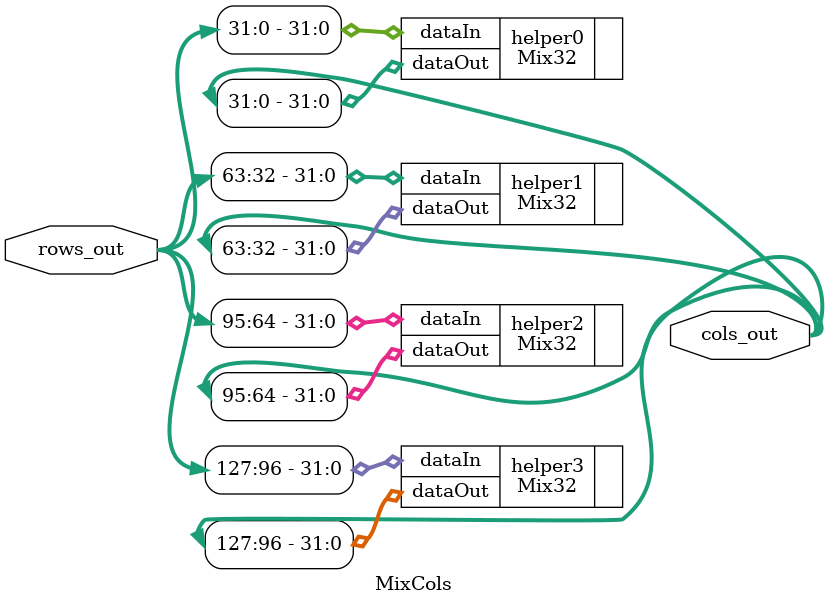
<source format=v>
module MixCols(rows_out, cols_out);


input[127:0] rows_out;
output[127:0] cols_out;


// 4 instances of mix columns transformation on 4 byte words

Mix32 helper0(.dataIn(rows_out[31:0]), .dataOut(cols_out[31:0]));
Mix32 helper1(.dataIn(rows_out[63:32]), .dataOut(cols_out[63:32]));
Mix32 helper2(.dataIn(rows_out[95:64]), .dataOut(cols_out[95:64]));
Mix32 helper3(.dataIn(rows_out[127:96]), .dataOut(cols_out[127:96]));


endmodule

// Test Vectors and Look up tables
//https://cryptography.fandom.com/wiki/Rijndael_mix_columns
//https://en.wikipedia.org/wiki/Rijndael_MixColumns#Galois_Multiplication_lookup_tables

</source>
